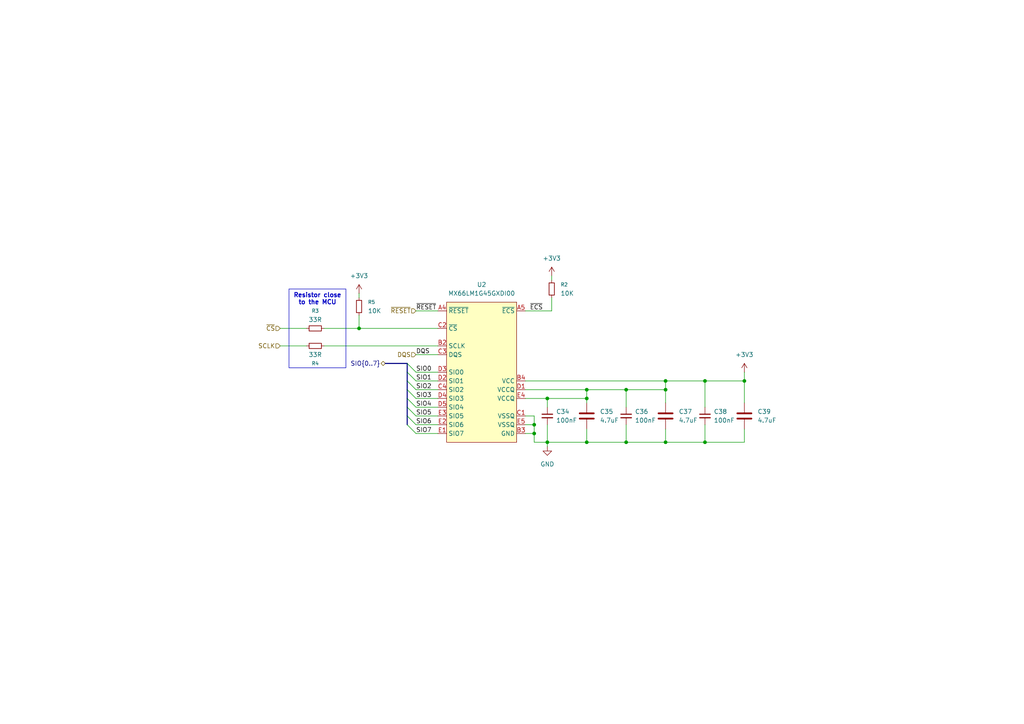
<source format=kicad_sch>
(kicad_sch (version 20250114) (generator "eeschema") (generator_version "9.0")
  (paper "A4")
  (lib_symbols
    (symbol "Device:C" (pin_numbers (hide yes)) (pin_names (offset 0.254))
      (property "Reference" "C" (at 0.635 2.54 0))
      (property "Value" "C" (at 0.635 -2.54 0))
      (symbol "C_0_1"
        (polyline (pts (xy -2.032 0.762) (xy 2.032 0.762)) (stroke (width 0.508)))
        (polyline (pts (xy -2.032 -0.762) (xy 2.032 -0.762)) (stroke (width 0.508)))
      )
      (symbol "C_1_1"
        (pin passive line (at 0 3.81 270) (length 2.794) (name "~") (number "1"))
        (pin passive line (at 0 -3.81 90) (length 2.794) (name "~") (number "2"))
      )
    )
    (symbol "Device:C_Small" (pin_numbers (hide yes)) (pin_names (offset 0.254) (hide yes))
      (property "Reference" "C" (at 0.254 1.778 0))
      (property "Value" "C_Small" (at 0.254 -2.032 0))
      (symbol "C_Small_0_1"
        (polyline (pts (xy -1.524 0.508) (xy 1.524 0.508)) (stroke (width 0.3048)))
        (polyline (pts (xy -1.524 -0.508) (xy 1.524 -0.508)) (stroke (width 0.3302)))
      )
      (symbol "C_Small_1_1"
        (pin passive line (at 0 2.54 270) (length 2.032) (name "~") (number "1"))
        (pin passive line (at 0 -2.54 90) (length 2.032) (name "~") (number "2"))
      )
    )
    (symbol "Device:R_Small" (pin_numbers (hide yes)) (pin_names (offset 0.254) (hide yes))
      (property "Reference" "R" (at 0 0 90))
      (property "Value" "R_Small" (at 1.778 0 90))
      (symbol "R_Small_0_1"
        (rectangle (start -0.762 1.778) (end 0.762 -1.778) (stroke (width 0.2032)))
      )
      (symbol "R_Small_1_1"
        (pin passive line (at 0 2.54 270) (length 0.762) (name "~") (number "1"))
        (pin passive line (at 0 -2.54 90) (length 0.762) (name "~") (number "2"))
      )
    )
    (symbol "Memory_NOR_FLASH:MX66LM1G45GXDI00"
      (property "Reference" "U" (at 0 24.13 0))
      (property "Value" "MX66LM1G45GXDI00" (at 0 22.098 0))
      (symbol "MX66LM1G45GXDI00_1_1"
        (rectangle (start -10.16 20.32) (end 10.16 -20.32) (fill (type background)))
        (pin input line (at -12.7 17.78 0) (length 2.54) (name "~{RESET}") (number "A4"))
        (pin input line (at -12.7 12.7 0) (length 2.54) (name "~{CS}") (number "C2"))
        (pin input line (at -12.7 7.62 0) (length 2.54) (name "SCLK") (number "B2"))
        (pin output line (at -12.7 5.08 0) (length 2.54) (name "DQS") (number "C3"))
        (pin bidirectional line (at -12.7 0 0) (length 2.54) (name "SIO0") (number "D3"))
        (pin bidirectional line (at -12.7 -2.54 0) (length 2.54) (name "SIO1") (number "D2"))
        (pin bidirectional line (at -12.7 -5.08 0) (length 2.54) (name "SIO2") (number "C4"))
        (pin bidirectional line (at -12.7 -7.62 0) (length 2.54) (name "SIO3") (number "D4"))
        (pin bidirectional line (at -12.7 -10.16 0) (length 2.54) (name "SIO4") (number "D5"))
        (pin bidirectional line (at -12.7 -12.7 0) (length 2.54) (name "SIO5") (number "E3"))
        (pin bidirectional line (at -12.7 -15.24 0) (length 2.54) (name "SIO6") (number "E2"))
        (pin bidirectional line (at -12.7 -17.78 0) (length 2.54) (name "SIO7") (number "E1"))
        (pin output line (at 12.7 17.78 180) (length 2.54) (name "~{ECS}") (number "A5"))
        (pin no_connect line (at 12.7 15.24 180) (length 2.54) (hide yes) (name "NC") (number "A2"))
        (pin no_connect line (at 12.7 12.7 180) (length 2.54) (hide yes) (name "NC") (number "A3"))
        (pin no_connect line (at 12.7 10.16 180) (length 2.54) (hide yes) (name "NC") (number "C5"))
        (pin no_connect line (at 12.7 7.62 180) (length 2.54) (hide yes) (name "DNU") (number "B1"))
        (pin no_connect line (at 12.7 5.08 180) (length 2.54) (hide yes) (name "DNU") (number "B5"))
        (pin power_in line (at 12.7 -2.54 180) (length 2.54) (name "VCC") (number "B4"))
        (pin power_in line (at 12.7 -5.08 180) (length 2.54) (name "VCCQ") (number "D1"))
        (pin power_in line (at 12.7 -7.62 180) (length 2.54) (name "VCCQ") (number "E4"))
        (pin power_in line (at 12.7 -12.7 180) (length 2.54) (name "VSSQ") (number "C1"))
        (pin power_in line (at 12.7 -15.24 180) (length 2.54) (name "VSSQ") (number "E5"))
        (pin power_in line (at 12.7 -17.78 180) (length 2.54) (name "GND") (number "B3"))
      )
    )
    (symbol "power:+3V3" (power) (pin_numbers (hide yes)) (pin_names (offset 0) (hide yes))
      (property "Value" "+3V3" (at 0 3.556 0))
      (symbol "+3V3_0_1"
        (polyline (pts (xy -0.762 1.27) (xy 0 2.54)))
        (polyline (pts (xy 0 2.54) (xy 0.762 1.27)))
        (polyline (pts (xy 0 0) (xy 0 2.54)))
      )
      (symbol "+3V3_1_1"
        (pin power_in line (at 0 0 90) (length 0) (name "~") (number "1"))
      )
    )
    (symbol "power:GND" (power) (pin_numbers (hide yes)) (pin_names (offset 0) (hide yes))
      (property "Value" "GND" (at 0 -3.81 0))
      (symbol "GND_0_1"
        (polyline (pts (xy 0 0) (xy 0 -1.27) (xy 1.27 -1.27) (xy 0 -2.54) (xy -1.27 -1.27) (xy 0 -1.27)))
      )
      (symbol "GND_1_1"
        (pin power_in line (at 0 0 270) (length 0) (name "~") (number "1"))
      )
    )
  )
  (text_box "Resistor close to the MCU" (at 83.82 83.82 0) (size 16.51 22.86) (margins 0.9525 0.9525 0.9525 0.9525) (effects (font (size 1.27 1.27) (thickness 0.254) (bold yes)) (justify top)))
  (junction (at 181.61 113.03))
  (junction (at 170.18 113.03))
  (junction (at 158.75 128.27))
  (junction (at 158.75 115.57))
  (junction (at 215.9 110.49))
  (junction (at 193.04 113.03))
  (junction (at 181.61 128.27))
  (junction (at 193.04 110.49))
  (junction (at 170.18 115.57))
  (junction (at 170.18 128.27))
  (junction (at 154.94 125.73))
  (junction (at 204.47 128.27))
  (junction (at 193.04 128.27))
  (junction (at 204.47 110.49))
  (junction (at 154.94 123.19))
  (junction (at 104.14 95.25))
  (bus_entry (at 118.11 107.95) (size 2.54 2.54))
  (bus_entry (at 118.11 110.49) (size 2.54 2.54))
  (bus_entry (at 118.11 113.03) (size 2.54 2.54))
  (bus_entry (at 118.11 118.11) (size 2.54 2.54))
  (bus_entry (at 118.11 105.41) (size 2.54 2.54))
  (bus_entry (at 118.11 120.65) (size 2.54 2.54))
  (bus_entry (at 118.11 123.19) (size 2.54 2.54))
  (bus_entry (at 118.11 115.57) (size 2.54 2.54))
  (bus (pts (xy 118.11 113.03) (xy 118.11 110.49)))
  (wire (pts (xy 81.28 95.25) (xy 88.9 95.25)))
  (wire (pts (xy 104.14 91.44) (xy 104.14 95.25)))
  (wire (pts (xy 104.14 95.25) (xy 127 95.25)))
  (wire (pts (xy 120.65 113.03) (xy 127 113.03)))
  (wire (pts (xy 204.47 123.19) (xy 204.47 128.27)))
  (wire (pts (xy 170.18 124.46) (xy 170.18 128.27)))
  (wire (pts (xy 193.04 113.03) (xy 193.04 116.84)))
  (wire (pts (xy 170.18 128.27) (xy 181.61 128.27)))
  (wire (pts (xy 104.14 85.09) (xy 104.14 86.36)))
  (wire (pts (xy 154.94 120.65) (xy 154.94 123.19)))
  (bus (pts (xy 111.76 105.41) (xy 118.11 105.41)))
  (wire (pts (xy 170.18 115.57) (xy 170.18 116.84)))
  (wire (pts (xy 158.75 115.57) (xy 158.75 118.11)))
  (wire (pts (xy 204.47 128.27) (xy 215.9 128.27)))
  (wire (pts (xy 120.65 110.49) (xy 127 110.49)))
  (wire (pts (xy 160.02 86.36) (xy 160.02 90.17)))
  (wire (pts (xy 193.04 124.46) (xy 193.04 128.27)))
  (wire (pts (xy 152.4 125.73) (xy 154.94 125.73)))
  (wire (pts (xy 93.98 100.33) (xy 127 100.33)))
  (wire (pts (xy 120.65 90.17) (xy 127 90.17)))
  (wire (pts (xy 204.47 110.49) (xy 215.9 110.49)))
  (wire (pts (xy 158.75 123.19) (xy 158.75 128.27)))
  (wire (pts (xy 81.28 100.33) (xy 88.9 100.33)))
  (wire (pts (xy 158.75 128.27) (xy 170.18 128.27)))
  (wire (pts (xy 215.9 128.27) (xy 215.9 124.46)))
  (wire (pts (xy 154.94 128.27) (xy 158.75 128.27)))
  (wire (pts (xy 152.4 115.57) (xy 158.75 115.57)))
  (wire (pts (xy 160.02 80.01) (xy 160.02 81.28)))
  (wire (pts (xy 152.4 113.03) (xy 170.18 113.03)))
  (wire (pts (xy 215.9 110.49) (xy 215.9 116.84)))
  (wire (pts (xy 170.18 113.03) (xy 181.61 113.03)))
  (wire (pts (xy 120.65 123.19) (xy 127 123.19)))
  (wire (pts (xy 193.04 110.49) (xy 204.47 110.49)))
  (bus (pts (xy 118.11 107.95) (xy 118.11 105.41)))
  (wire (pts (xy 204.47 110.49) (xy 204.47 118.11)))
  (wire (pts (xy 170.18 113.03) (xy 170.18 115.57)))
  (bus (pts (xy 118.11 115.57) (xy 118.11 113.03)))
  (bus (pts (xy 118.11 120.65) (xy 118.11 118.11)))
  (wire (pts (xy 158.75 128.27) (xy 158.75 129.54)))
  (wire (pts (xy 154.94 125.73) (xy 154.94 128.27)))
  (wire (pts (xy 215.9 107.95) (xy 215.9 110.49)))
  (bus (pts (xy 118.11 123.19) (xy 118.11 120.65)))
  (wire (pts (xy 120.65 107.95) (xy 127 107.95)))
  (wire (pts (xy 120.65 125.73) (xy 127 125.73)))
  (bus (pts (xy 118.11 118.11) (xy 118.11 115.57)))
  (wire (pts (xy 152.4 110.49) (xy 193.04 110.49)))
  (wire (pts (xy 152.4 120.65) (xy 154.94 120.65)))
  (wire (pts (xy 93.98 95.25) (xy 104.14 95.25)))
  (wire (pts (xy 120.65 115.57) (xy 127 115.57)))
  (wire (pts (xy 193.04 128.27) (xy 204.47 128.27)))
  (wire (pts (xy 152.4 123.19) (xy 154.94 123.19)))
  (wire (pts (xy 181.61 128.27) (xy 193.04 128.27)))
  (wire (pts (xy 120.65 102.87) (xy 127 102.87)))
  (wire (pts (xy 181.61 113.03) (xy 193.04 113.03)))
  (wire (pts (xy 120.65 120.65) (xy 127 120.65)))
  (wire (pts (xy 120.65 118.11) (xy 127 118.11)))
  (wire (pts (xy 154.94 123.19) (xy 154.94 125.73)))
  (wire (pts (xy 158.75 115.57) (xy 170.18 115.57)))
  (bus (pts (xy 118.11 110.49) (xy 118.11 107.95)))
  (wire (pts (xy 152.4 90.17) (xy 160.02 90.17)))
  (wire (pts (xy 181.61 113.03) (xy 181.61 118.11)))
  (wire (pts (xy 181.61 123.19) (xy 181.61 128.27)))
  (wire (pts (xy 193.04 110.49) (xy 193.04 113.03)))
  (label "SIO0" (at 120.65 107.95 0))
  (label "DQS" (at 120.65 102.87 0))
  (label "SIO6" (at 120.65 123.19 0))
  (label "SIO3" (at 120.65 115.57 0))
  (label "SIO1" (at 120.65 110.49 0))
  (label "SIO4" (at 120.65 118.11 0))
  (label "~{RESET}" (at 120.65 90.17 0))
  (label "~{ECS}" (at 157.48 90.17 180))
  (label "SIO7" (at 120.65 125.73 0))
  (label "SIO5" (at 120.65 120.65 0))
  (label "SIO2" (at 120.65 113.03 0))
  (hierarchical_label "~{CS}" (shape input) (at 81.28 95.25 180))
  (hierarchical_label "SIO{0..7}" (shape bidirectional) (at 111.76 105.41 180))
  (hierarchical_label "~{RESET}" (shape input) (at 120.65 90.17 180))
  (hierarchical_label "SCLK" (shape input) (at 81.28 100.33 180))
  (hierarchical_label "DQS" (shape input) (at 120.65 102.87 180))
  (symbol (lib_id "power:+3V3") (at 104.14 85.09 0) (unit 1)
    (property "Reference" "#PWR055" (effects (hide yes)))
    (property "Value" "+3V3" (at 104.14 80.01 0))
    (property "Description" "Power symbol creates a global label with name \"+3V3\"" (effects (hide yes)))
  )
  (symbol (lib_id "Device:C") (at 215.9 120.65 0) (unit 1)
    (property "Reference" "C39" (at 219.71 119.3799 0) (effects (justify left)))
    (property "Value" "4.7uF" (at 219.71 121.9199 0) (effects (justify left)))
    (property "Footprint" "Capacitor_SMD:C_0603_1608Metric" (effects (hide yes)))
    (property "Description" "Unpolarized capacitor" (effects (hide yes)))
  )
  (symbol (lib_id "Device:C_Small") (at 181.61 120.65 0) (unit 1)
    (property "Reference" "C36" (at 184.15 119.3862 0) (effects (justify left)))
    (property "Value" "100nF" (at 184.15 121.9262 0) (effects (justify left)))
    (property "Footprint" "Capacitor_SMD:C_0402_1005Metric" (effects (hide yes)))
    (property "Description" "Unpolarized capacitor, small symbol" (effects (hide yes)))
  )
  (symbol (lib_id "Device:R_Small") (at 104.14 88.9 0) (unit 1)
    (property "Reference" "R5" (at 106.68 87.6299 0) (effects (font (size 1.016 1.016)) (justify left)))
    (property "Value" "10K" (at 106.68 90.1699 0) (effects (justify left)))
    (property "Footprint" "Resistor_SMD:R_0402_1005Metric" (effects (hide yes)))
    (property "Description" "Resistor, small symbol" (effects (hide yes)))
  )
  (symbol (lib_id "Device:C_Small") (at 158.75 120.65 0) (unit 1)
    (property "Reference" "C34" (at 161.29 119.3862 0) (effects (justify left)))
    (property "Value" "100nF" (at 161.29 121.9262 0) (effects (justify left)))
    (property "Footprint" "Capacitor_SMD:C_0402_1005Metric" (effects (hide yes)))
    (property "Description" "Unpolarized capacitor, small symbol" (effects (hide yes)))
  )
  (symbol (lib_id "Device:C") (at 193.04 120.65 0) (unit 1)
    (property "Reference" "C37" (at 196.85 119.3799 0) (effects (justify left)))
    (property "Value" "4.7uF" (at 196.85 121.9199 0) (effects (justify left)))
    (property "Footprint" "Capacitor_SMD:C_0603_1608Metric" (effects (hide yes)))
    (property "Description" "Unpolarized capacitor" (effects (hide yes)))
  )
  (symbol (lib_id "Device:C") (at 170.18 120.65 0) (unit 1)
    (property "Reference" "C35" (at 173.99 119.3799 0) (effects (justify left)))
    (property "Value" "4.7uF" (at 173.99 121.9199 0) (effects (justify left)))
    (property "Footprint" "Capacitor_SMD:C_0603_1608Metric" (effects (hide yes)))
    (property "Description" "Unpolarized capacitor" (effects (hide yes)))
  )
  (symbol (lib_id "power:+3V3") (at 160.02 80.01 0) (unit 1)
    (property "Reference" "#PWR054" (effects (hide yes)))
    (property "Value" "+3V3" (at 160.02 74.93 0))
    (property "Description" "Power symbol creates a global label with name \"+3V3\"" (effects (hide yes)))
  )
  (symbol (lib_id "Device:C_Small") (at 204.47 120.65 0) (unit 1)
    (property "Reference" "C38" (at 207.01 119.3862 0) (effects (justify left)))
    (property "Value" "100nF" (at 207.01 121.9262 0) (effects (justify left)))
    (property "Footprint" "Capacitor_SMD:C_0402_1005Metric" (effects (hide yes)))
    (property "Description" "Unpolarized capacitor, small symbol" (effects (hide yes)))
  )
  (symbol (lib_id "power:GND") (at 158.75 129.54 0) (unit 1)
    (property "Reference" "#PWR057" (effects (hide yes)))
    (property "Value" "GND" (at 158.75 134.62 0))
    (property "Description" "Power symbol creates a global label with name \"GND\" , ground" (effects (hide yes)))
  )
  (symbol (lib_id "Device:R_Small") (at 160.02 83.82 0) (unit 1)
    (property "Reference" "R2" (at 162.56 82.5499 0) (effects (font (size 1.016 1.016)) (justify left)))
    (property "Value" "10K" (at 162.56 85.0899 0) (effects (justify left)))
    (property "Footprint" "Resistor_SMD:R_0402_1005Metric" (effects (hide yes)))
    (property "Description" "Resistor, small symbol" (effects (hide yes)))
  )
  (symbol (lib_id "power:+3V3") (at 215.9 107.95 0) (unit 1)
    (property "Reference" "#PWR056" (effects (hide yes)))
    (property "Value" "+3V3" (at 215.9 102.87 0))
    (property "Description" "Power symbol creates a global label with name \"+3V3\"" (effects (hide yes)))
  )
  (symbol (lib_id "Device:R_Small") (at 91.44 100.33 270) (mirror x) (unit 1)
    (property "Reference" "R4" (at 91.44 105.41 90) (effects (font (size 1.016 1.016))))
    (property "Value" "33R" (at 91.44 102.87 90))
    (property "Footprint" "Resistor_SMD:R_0402_1005Metric" (effects (hide yes)))
    (property "Description" "Resistor, small symbol" (effects (hide yes)))
  )
  (symbol (lib_id "Memory_NOR_FLASH:MX66LM1G45GXDI00") (at 139.7 107.95 0) (unit 1)
    (property "Reference" "U2" (at 139.7 82.55 0))
    (property "Value" "MX66LM1G45GXDI00" (at 139.7 85.09 0))
    (property "Footprint" "MX66LM1G45GXDI00:CSP24BGA_MAC-M" (effects (hide yes)))
  )
  (symbol (lib_id "Device:R_Small") (at 91.44 95.25 90) (unit 1)
    (property "Reference" "R3" (at 91.44 90.17 90) (effects (font (size 1.016 1.016))))
    (property "Value" "33R" (at 91.44 92.71 90))
    (property "Footprint" "Resistor_SMD:R_0402_1005Metric" (effects (hide yes)))
    (property "Description" "Resistor, small symbol" (effects (hide yes)))
  )
)
</source>
